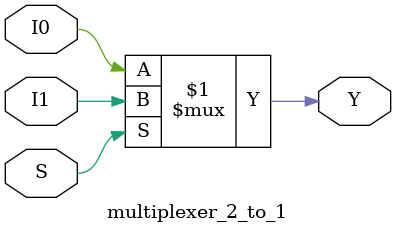
<source format=v>
`timescale 1ns / 1ps
module multiplexer_2_to_1(
    input S,
    input I0,
    input I1,
    output Y
    );
	
	assign Y = S ? I1 : I0;

endmodule

</source>
